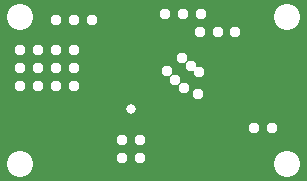
<source format=gbr>
G04 EAGLE Gerber RS-274X export*
G75*
%MOMM*%
%FSLAX34Y34*%
%LPD*%
%INSoldermask Bottom*%
%IPNEG*%
%AMOC8*
5,1,8,0,0,1.08239X$1,22.5*%
G01*
%ADD10C,2.203200*%
%ADD11C,0.803200*%
%ADD12C,0.959600*%


D10*
X246380Y144700D03*
X246380Y20400D03*
X20400Y144700D03*
X20400Y20400D03*
D11*
X114340Y67040D03*
D12*
X50960Y116840D03*
X50960Y101600D03*
X50960Y86360D03*
X35720Y116840D03*
X35720Y101600D03*
X35720Y86360D03*
X20480Y116840D03*
X20480Y101600D03*
X20480Y86360D03*
X50800Y142240D03*
X66040Y142240D03*
X81280Y142240D03*
X202240Y132240D03*
X187480Y132240D03*
X172720Y132240D03*
X142560Y147000D03*
X157800Y147000D03*
X173040Y147000D03*
X218440Y50800D03*
X233680Y50800D03*
X106680Y40640D03*
X106680Y25400D03*
X121920Y40640D03*
X121920Y25400D03*
X66200Y116840D03*
X66200Y101600D03*
X66200Y86360D03*
X164560Y102760D03*
X171560Y97760D03*
X158560Y84760D03*
X170560Y79760D03*
X157560Y109760D03*
X144560Y98760D03*
X151400Y91440D03*
M02*

</source>
